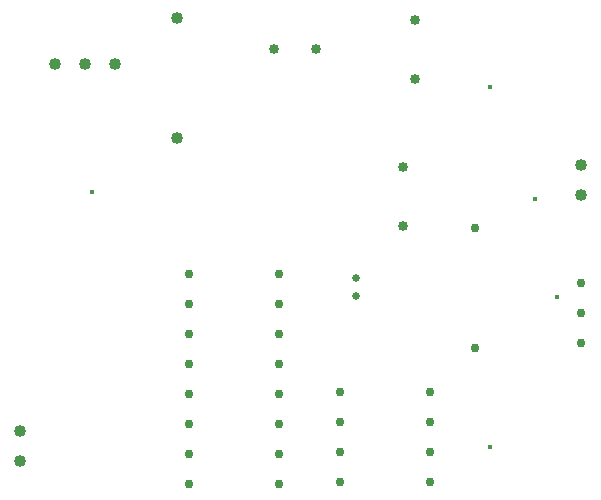
<source format=gbr>
G04 PROTEUS GERBER X2 FILE*
%TF.GenerationSoftware,Labcenter,Proteus,8.7-SP3-Build25561*%
%TF.CreationDate,2020-06-08T17:47:50+00:00*%
%TF.FileFunction,Plated,1,2,PTH*%
%TF.FilePolarity,Positive*%
%TF.Part,Single*%
%TF.SameCoordinates,{25e8a378-ae3c-4486-9c29-23821959b247}*%
%FSLAX45Y45*%
%MOMM*%
G01*
%TA.AperFunction,ViaDrill*%
%ADD80C,0.381000*%
%TA.AperFunction,ComponentDrill*%
%ADD81C,1.016000*%
%TA.AperFunction,ComponentDrill*%
%ADD82C,0.762000*%
%TA.AperFunction,ComponentDrill*%
%ADD83C,0.850000*%
%ADD84C,0.650000*%
%TD.AperFunction*%
D80*
X-1524000Y+4127500D03*
X-1524000Y+1079500D03*
X-1143000Y+3175000D03*
X-4889500Y+3238500D03*
X-952500Y+2349500D03*
D81*
X-5500000Y+956000D03*
X-5500000Y+1210000D03*
X-750000Y+3210000D03*
X-750000Y+3464000D03*
D82*
X-750000Y+1956000D03*
X-750000Y+2464000D03*
X-750000Y+2210000D03*
X-3310000Y+766000D03*
X-3310000Y+1020000D03*
X-3310000Y+1274000D03*
X-3310000Y+1528000D03*
X-3310000Y+1782000D03*
X-3310000Y+2036000D03*
X-3310000Y+2290000D03*
X-3310000Y+2544000D03*
X-4072000Y+2544000D03*
X-4072000Y+2290000D03*
X-4072000Y+2036000D03*
X-4072000Y+1782000D03*
X-4072000Y+1528000D03*
X-4072000Y+1274000D03*
X-4072000Y+1020000D03*
X-4072000Y+766000D03*
D83*
X-2262000Y+3445000D03*
X-2262000Y+2945000D03*
X-2159000Y+4195000D03*
X-2159000Y+4695000D03*
X-3350000Y+4449000D03*
X-3000000Y+4449000D03*
D82*
X-2032000Y+782000D03*
X-2032000Y+1036000D03*
X-2032000Y+1290000D03*
X-2032000Y+1544000D03*
X-2794000Y+1544000D03*
X-2794000Y+1290000D03*
X-2794000Y+1036000D03*
X-2794000Y+782000D03*
X-1651000Y+2933000D03*
X-1651000Y+1917000D03*
D84*
X-2659000Y+2354000D03*
X-2659000Y+2504000D03*
D81*
X-4170000Y+4707000D03*
X-4170000Y+3691000D03*
X-5207000Y+4318000D03*
X-4953000Y+4318000D03*
X-4699000Y+4318000D03*
M02*

</source>
